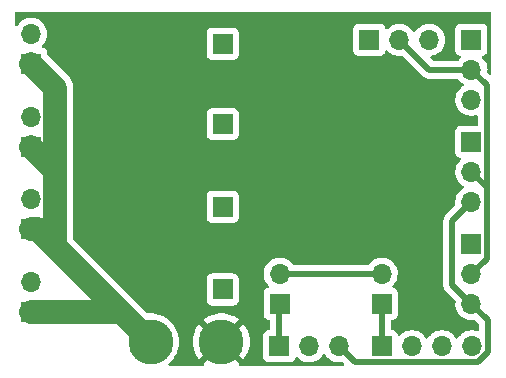
<source format=gbl>
G04 #@! TF.GenerationSoftware,KiCad,Pcbnew,(6.0.2)*
G04 #@! TF.CreationDate,2022-07-27T14:51:58+02:00*
G04 #@! TF.ProjectId,Multiplex_MOSFET,4d756c74-6970-46c6-9578-5f4d4f534645,rev?*
G04 #@! TF.SameCoordinates,Original*
G04 #@! TF.FileFunction,Copper,L2,Bot*
G04 #@! TF.FilePolarity,Positive*
%FSLAX46Y46*%
G04 Gerber Fmt 4.6, Leading zero omitted, Abs format (unit mm)*
G04 Created by KiCad (PCBNEW (6.0.2)) date 2022-07-27 14:51:58*
%MOMM*%
%LPD*%
G01*
G04 APERTURE LIST*
G04 #@! TA.AperFunction,ComponentPad*
%ADD10C,3.800000*%
G04 #@! TD*
G04 #@! TA.AperFunction,ComponentPad*
%ADD11R,1.700000X1.700000*%
G04 #@! TD*
G04 #@! TA.AperFunction,ComponentPad*
%ADD12O,1.700000X1.700000*%
G04 #@! TD*
G04 #@! TA.AperFunction,ViaPad*
%ADD13C,0.800000*%
G04 #@! TD*
G04 #@! TA.AperFunction,Conductor*
%ADD14C,0.500000*%
G04 #@! TD*
G04 #@! TA.AperFunction,Conductor*
%ADD15C,2.000000*%
G04 #@! TD*
G04 APERTURE END LIST*
D10*
X62950000Y-118670000D03*
X56950000Y-118670000D03*
D11*
X63050000Y-114250000D03*
X63050000Y-107250000D03*
X63050000Y-100250000D03*
X63050000Y-93450000D03*
X84120000Y-110395000D03*
D12*
X84120000Y-112935000D03*
X84120000Y-115475000D03*
D11*
X84120000Y-101750000D03*
D12*
X84120000Y-104290000D03*
X84120000Y-106830000D03*
D11*
X84120000Y-93100000D03*
D12*
X84120000Y-95640000D03*
X84120000Y-98180000D03*
D11*
X75470000Y-93100000D03*
D12*
X78010000Y-93100000D03*
X80550000Y-93100000D03*
D11*
X76520000Y-119050000D03*
D12*
X79060000Y-119050000D03*
X81600000Y-119050000D03*
X84140000Y-119050000D03*
D11*
X67865000Y-119050000D03*
D12*
X70405000Y-119050000D03*
X72945000Y-119050000D03*
D11*
X76520000Y-115450000D03*
D12*
X76520000Y-112910000D03*
D11*
X67880000Y-115460000D03*
D12*
X67880000Y-112920000D03*
D11*
X46850000Y-116145000D03*
D12*
X46850000Y-113605000D03*
D11*
X46850000Y-109155000D03*
D12*
X46850000Y-106615000D03*
X46850000Y-99610000D03*
D11*
X46850000Y-102150000D03*
X46850000Y-95145000D03*
D12*
X46850000Y-92605000D03*
D13*
X57000000Y-91550480D03*
X55000000Y-97000000D03*
X55000000Y-104000000D03*
X55000000Y-111000000D03*
D14*
X74244511Y-120349511D02*
X72945000Y-119050000D01*
X84678276Y-120349511D02*
X74244511Y-120349511D01*
X85500000Y-119527787D02*
X84678276Y-120349511D01*
X85500000Y-116855000D02*
X85500000Y-119527787D01*
X84120000Y-115475000D02*
X85500000Y-116855000D01*
X82500000Y-108450000D02*
X82500000Y-113855000D01*
X84120000Y-106830000D02*
X82500000Y-108450000D01*
X82500000Y-113855000D02*
X84120000Y-115475000D01*
D15*
X48899511Y-104399511D02*
X48899511Y-110619511D01*
X48899511Y-97194511D02*
X48899511Y-104399511D01*
X46850000Y-102150000D02*
X48899511Y-104199511D01*
X47435000Y-109155000D02*
X48899511Y-110619511D01*
X46850000Y-109155000D02*
X47435000Y-109155000D01*
X46850000Y-116145000D02*
X54355000Y-116145000D01*
X54390000Y-116110000D02*
X56950000Y-118670000D01*
X48899511Y-110619511D02*
X54390000Y-116110000D01*
X46850000Y-95145000D02*
X48899511Y-97194511D01*
D14*
X85410489Y-105580489D02*
X85419511Y-105580489D01*
X85419511Y-105580489D02*
X85419511Y-96939511D01*
X84120000Y-104290000D02*
X85410489Y-105580489D01*
X85419511Y-111635489D02*
X85419511Y-105580489D01*
X84120000Y-95640000D02*
X80550000Y-95640000D01*
X80550000Y-95640000D02*
X78010000Y-93100000D01*
X85419511Y-96939511D02*
X84120000Y-95640000D01*
X84120000Y-112935000D02*
X85419511Y-111635489D01*
X67865000Y-115475000D02*
X67880000Y-115460000D01*
X67865000Y-119050000D02*
X67865000Y-115475000D01*
X67890000Y-112910000D02*
X67880000Y-112920000D01*
X76520000Y-112910000D02*
X67890000Y-112910000D01*
X76520000Y-119050000D02*
X76520000Y-115450000D01*
G04 #@! TA.AperFunction,Conductor*
G36*
X85744121Y-90748002D02*
G01*
X85790614Y-90801658D01*
X85802000Y-90854000D01*
X85802000Y-95945129D01*
X85781998Y-96013250D01*
X85728342Y-96059743D01*
X85658068Y-96069847D01*
X85593488Y-96040353D01*
X85586905Y-96034224D01*
X85499609Y-95946928D01*
X85465583Y-95884616D01*
X85463782Y-95841389D01*
X85481529Y-95706590D01*
X85483156Y-95640000D01*
X85464852Y-95417361D01*
X85410431Y-95200702D01*
X85321354Y-94995840D01*
X85247384Y-94881500D01*
X85202822Y-94812617D01*
X85202820Y-94812614D01*
X85200014Y-94808277D01*
X85194847Y-94802598D01*
X85052798Y-94646488D01*
X85021746Y-94582642D01*
X85030141Y-94512143D01*
X85075317Y-94457375D01*
X85101761Y-94443706D01*
X85208297Y-94403767D01*
X85216705Y-94400615D01*
X85333261Y-94313261D01*
X85420615Y-94196705D01*
X85471745Y-94060316D01*
X85478500Y-93998134D01*
X85478500Y-92201866D01*
X85471745Y-92139684D01*
X85420615Y-92003295D01*
X85333261Y-91886739D01*
X85216705Y-91799385D01*
X85080316Y-91748255D01*
X85018134Y-91741500D01*
X83221866Y-91741500D01*
X83159684Y-91748255D01*
X83023295Y-91799385D01*
X82906739Y-91886739D01*
X82819385Y-92003295D01*
X82768255Y-92139684D01*
X82761500Y-92201866D01*
X82761500Y-93998134D01*
X82768255Y-94060316D01*
X82819385Y-94196705D01*
X82906739Y-94313261D01*
X83023295Y-94400615D01*
X83031704Y-94403767D01*
X83031705Y-94403768D01*
X83140451Y-94444535D01*
X83197216Y-94487176D01*
X83221916Y-94553738D01*
X83206709Y-94623087D01*
X83187316Y-94649568D01*
X83060629Y-94782138D01*
X83030363Y-94826507D01*
X82975455Y-94871507D01*
X82926277Y-94881500D01*
X80916371Y-94881500D01*
X80848250Y-94861498D01*
X80827276Y-94844595D01*
X80644909Y-94662228D01*
X80610883Y-94599916D01*
X80615948Y-94529101D01*
X80658495Y-94472265D01*
X80717994Y-94448154D01*
X80828288Y-94434025D01*
X80828289Y-94434025D01*
X80833416Y-94433368D01*
X80910252Y-94410316D01*
X81042429Y-94370661D01*
X81042434Y-94370659D01*
X81047384Y-94369174D01*
X81247994Y-94270896D01*
X81429860Y-94141173D01*
X81588096Y-93983489D01*
X81718453Y-93802077D01*
X81731393Y-93775896D01*
X81815136Y-93606453D01*
X81815137Y-93606451D01*
X81817430Y-93601811D01*
X81875680Y-93410088D01*
X81880865Y-93393023D01*
X81880865Y-93393021D01*
X81882370Y-93388069D01*
X81911529Y-93166590D01*
X81913156Y-93100000D01*
X81894852Y-92877361D01*
X81840431Y-92660702D01*
X81751354Y-92455840D01*
X81630014Y-92268277D01*
X81479670Y-92103051D01*
X81475619Y-92099852D01*
X81475615Y-92099848D01*
X81308414Y-91967800D01*
X81308410Y-91967798D01*
X81304359Y-91964598D01*
X81297552Y-91960840D01*
X81211146Y-91913142D01*
X81108789Y-91856638D01*
X81103920Y-91854914D01*
X81103916Y-91854912D01*
X80903087Y-91783795D01*
X80903083Y-91783794D01*
X80898212Y-91782069D01*
X80893119Y-91781162D01*
X80893116Y-91781161D01*
X80683373Y-91743800D01*
X80683367Y-91743799D01*
X80678284Y-91742894D01*
X80604452Y-91741992D01*
X80460081Y-91740228D01*
X80460079Y-91740228D01*
X80454911Y-91740165D01*
X80234091Y-91773955D01*
X80021756Y-91843357D01*
X79823607Y-91946507D01*
X79819474Y-91949610D01*
X79819471Y-91949612D01*
X79649100Y-92077530D01*
X79644965Y-92080635D01*
X79641393Y-92084373D01*
X79500931Y-92231358D01*
X79490629Y-92242138D01*
X79383201Y-92399621D01*
X79328293Y-92444621D01*
X79257768Y-92452792D01*
X79194021Y-92421538D01*
X79173324Y-92397054D01*
X79092822Y-92272617D01*
X79092820Y-92272614D01*
X79090014Y-92268277D01*
X78939670Y-92103051D01*
X78935619Y-92099852D01*
X78935615Y-92099848D01*
X78768414Y-91967800D01*
X78768410Y-91967798D01*
X78764359Y-91964598D01*
X78757552Y-91960840D01*
X78671146Y-91913142D01*
X78568789Y-91856638D01*
X78563920Y-91854914D01*
X78563916Y-91854912D01*
X78363087Y-91783795D01*
X78363083Y-91783794D01*
X78358212Y-91782069D01*
X78353119Y-91781162D01*
X78353116Y-91781161D01*
X78143373Y-91743800D01*
X78143367Y-91743799D01*
X78138284Y-91742894D01*
X78064452Y-91741992D01*
X77920081Y-91740228D01*
X77920079Y-91740228D01*
X77914911Y-91740165D01*
X77694091Y-91773955D01*
X77481756Y-91843357D01*
X77283607Y-91946507D01*
X77279474Y-91949610D01*
X77279471Y-91949612D01*
X77109100Y-92077530D01*
X77104965Y-92080635D01*
X77028211Y-92160954D01*
X77024283Y-92165064D01*
X76962759Y-92200494D01*
X76891846Y-92197037D01*
X76834060Y-92155791D01*
X76815207Y-92122243D01*
X76773767Y-92011703D01*
X76770615Y-92003295D01*
X76683261Y-91886739D01*
X76566705Y-91799385D01*
X76430316Y-91748255D01*
X76368134Y-91741500D01*
X74571866Y-91741500D01*
X74509684Y-91748255D01*
X74373295Y-91799385D01*
X74256739Y-91886739D01*
X74169385Y-92003295D01*
X74118255Y-92139684D01*
X74111500Y-92201866D01*
X74111500Y-93998134D01*
X74118255Y-94060316D01*
X74169385Y-94196705D01*
X74256739Y-94313261D01*
X74373295Y-94400615D01*
X74509684Y-94451745D01*
X74571866Y-94458500D01*
X76368134Y-94458500D01*
X76430316Y-94451745D01*
X76566705Y-94400615D01*
X76683261Y-94313261D01*
X76770615Y-94196705D01*
X76792799Y-94137529D01*
X76814598Y-94079382D01*
X76857240Y-94022618D01*
X76923802Y-93997918D01*
X76993150Y-94013126D01*
X77027817Y-94041114D01*
X77056250Y-94073938D01*
X77228126Y-94216632D01*
X77421000Y-94329338D01*
X77425825Y-94331180D01*
X77425826Y-94331181D01*
X77498612Y-94358975D01*
X77629692Y-94409030D01*
X77634760Y-94410061D01*
X77634763Y-94410062D01*
X77742017Y-94431883D01*
X77848597Y-94453567D01*
X77853772Y-94453757D01*
X77853774Y-94453757D01*
X78066673Y-94461564D01*
X78066677Y-94461564D01*
X78071837Y-94461753D01*
X78211908Y-94443809D01*
X78282017Y-94454993D01*
X78317012Y-94479693D01*
X79966230Y-96128911D01*
X79978616Y-96143323D01*
X79987149Y-96154918D01*
X79987154Y-96154923D01*
X79991492Y-96160818D01*
X79997070Y-96165557D01*
X79997073Y-96165560D01*
X80031768Y-96195035D01*
X80039284Y-96201965D01*
X80044979Y-96207660D01*
X80047861Y-96209940D01*
X80067251Y-96225281D01*
X80070655Y-96228072D01*
X80106098Y-96258183D01*
X80126285Y-96275333D01*
X80132801Y-96278661D01*
X80137838Y-96282020D01*
X80142977Y-96285194D01*
X80148716Y-96289734D01*
X80155349Y-96292834D01*
X80214837Y-96320636D01*
X80218791Y-96322569D01*
X80283808Y-96355769D01*
X80290924Y-96357510D01*
X80296554Y-96359604D01*
X80302321Y-96361523D01*
X80308950Y-96364621D01*
X80316110Y-96366110D01*
X80316112Y-96366111D01*
X80380396Y-96379482D01*
X80384680Y-96380452D01*
X80455610Y-96397808D01*
X80461212Y-96398156D01*
X80461215Y-96398156D01*
X80466764Y-96398500D01*
X80466762Y-96398536D01*
X80470752Y-96398775D01*
X80474950Y-96399150D01*
X80482115Y-96400640D01*
X80559520Y-96398546D01*
X80562928Y-96398500D01*
X82922491Y-96398500D01*
X82990612Y-96418502D01*
X83019402Y-96445595D01*
X83019987Y-96445088D01*
X83166250Y-96613938D01*
X83338126Y-96756632D01*
X83400566Y-96793119D01*
X83411445Y-96799476D01*
X83460169Y-96851114D01*
X83473240Y-96920897D01*
X83446509Y-96986669D01*
X83406055Y-97020027D01*
X83393607Y-97026507D01*
X83389474Y-97029610D01*
X83389471Y-97029612D01*
X83268605Y-97120361D01*
X83214965Y-97160635D01*
X83060629Y-97322138D01*
X82934743Y-97506680D01*
X82840688Y-97709305D01*
X82780989Y-97924570D01*
X82757251Y-98146695D01*
X82757548Y-98151848D01*
X82757548Y-98151851D01*
X82765120Y-98283173D01*
X82770110Y-98369715D01*
X82771247Y-98374761D01*
X82771248Y-98374767D01*
X82789131Y-98454118D01*
X82819222Y-98587639D01*
X82903266Y-98794616D01*
X82905965Y-98799020D01*
X82990323Y-98936680D01*
X83019987Y-98985088D01*
X83166250Y-99153938D01*
X83338126Y-99296632D01*
X83531000Y-99409338D01*
X83739692Y-99489030D01*
X83744760Y-99490061D01*
X83744763Y-99490062D01*
X83852003Y-99511880D01*
X83958597Y-99533567D01*
X83963772Y-99533757D01*
X83963774Y-99533757D01*
X84176673Y-99541564D01*
X84176677Y-99541564D01*
X84181837Y-99541753D01*
X84186957Y-99541097D01*
X84186959Y-99541097D01*
X84398288Y-99514025D01*
X84398289Y-99514025D01*
X84403416Y-99513368D01*
X84408373Y-99511881D01*
X84408377Y-99511880D01*
X84498803Y-99484751D01*
X84569798Y-99484333D01*
X84629749Y-99522365D01*
X84659621Y-99586772D01*
X84661011Y-99605436D01*
X84661011Y-100265500D01*
X84641009Y-100333621D01*
X84587353Y-100380114D01*
X84535011Y-100391500D01*
X83221866Y-100391500D01*
X83159684Y-100398255D01*
X83023295Y-100449385D01*
X82906739Y-100536739D01*
X82819385Y-100653295D01*
X82768255Y-100789684D01*
X82761500Y-100851866D01*
X82761500Y-102648134D01*
X82768255Y-102710316D01*
X82819385Y-102846705D01*
X82906739Y-102963261D01*
X83023295Y-103050615D01*
X83031704Y-103053767D01*
X83031705Y-103053768D01*
X83140451Y-103094535D01*
X83197216Y-103137176D01*
X83221916Y-103203738D01*
X83206709Y-103273087D01*
X83187316Y-103299568D01*
X83118610Y-103371465D01*
X83060629Y-103432138D01*
X83057715Y-103436410D01*
X83057714Y-103436411D01*
X82972556Y-103561249D01*
X82934743Y-103616680D01*
X82840688Y-103819305D01*
X82780989Y-104034570D01*
X82757251Y-104256695D01*
X82770110Y-104479715D01*
X82771247Y-104484761D01*
X82771248Y-104484767D01*
X82795304Y-104591508D01*
X82819222Y-104697639D01*
X82903266Y-104904616D01*
X83019987Y-105095088D01*
X83166250Y-105263938D01*
X83338126Y-105406632D01*
X83408595Y-105447811D01*
X83411445Y-105449476D01*
X83460169Y-105501114D01*
X83473240Y-105570897D01*
X83446509Y-105636669D01*
X83406055Y-105670027D01*
X83393607Y-105676507D01*
X83389474Y-105679610D01*
X83389471Y-105679612D01*
X83219100Y-105807530D01*
X83214965Y-105810635D01*
X83060629Y-105972138D01*
X82934743Y-106156680D01*
X82840688Y-106359305D01*
X82780989Y-106574570D01*
X82757251Y-106796695D01*
X82770110Y-107019715D01*
X82771247Y-107024760D01*
X82771966Y-107029877D01*
X82770518Y-107030081D01*
X82766398Y-107094274D01*
X82737119Y-107140200D01*
X82011089Y-107866230D01*
X81996677Y-107878616D01*
X81985082Y-107887149D01*
X81985077Y-107887154D01*
X81979182Y-107891492D01*
X81974443Y-107897070D01*
X81974440Y-107897073D01*
X81944965Y-107931768D01*
X81938035Y-107939284D01*
X81932340Y-107944979D01*
X81930060Y-107947861D01*
X81914719Y-107967251D01*
X81911928Y-107970655D01*
X81869409Y-108020703D01*
X81864667Y-108026285D01*
X81861339Y-108032801D01*
X81857972Y-108037850D01*
X81854805Y-108042979D01*
X81850266Y-108048716D01*
X81819345Y-108114875D01*
X81817442Y-108118769D01*
X81784231Y-108183808D01*
X81782492Y-108190916D01*
X81780393Y-108196559D01*
X81778476Y-108202322D01*
X81775378Y-108208950D01*
X81773888Y-108216112D01*
X81773888Y-108216113D01*
X81760514Y-108280412D01*
X81759544Y-108284696D01*
X81742192Y-108355610D01*
X81741500Y-108366764D01*
X81741464Y-108366762D01*
X81741225Y-108370755D01*
X81740851Y-108374947D01*
X81739360Y-108382115D01*
X81739558Y-108389432D01*
X81741454Y-108459521D01*
X81741500Y-108462928D01*
X81741500Y-113787930D01*
X81740067Y-113806880D01*
X81736801Y-113828349D01*
X81737394Y-113835641D01*
X81737394Y-113835644D01*
X81741085Y-113881018D01*
X81741500Y-113891233D01*
X81741500Y-113899293D01*
X81741925Y-113902937D01*
X81744789Y-113927507D01*
X81745222Y-113931882D01*
X81750418Y-113995756D01*
X81751140Y-114004637D01*
X81753396Y-114011601D01*
X81754587Y-114017560D01*
X81755971Y-114023415D01*
X81756818Y-114030681D01*
X81781735Y-114099327D01*
X81783152Y-114103455D01*
X81805649Y-114172899D01*
X81809445Y-114179154D01*
X81811951Y-114184628D01*
X81814670Y-114190058D01*
X81817167Y-114196937D01*
X81821180Y-114203057D01*
X81821180Y-114203058D01*
X81857186Y-114257976D01*
X81859523Y-114261680D01*
X81897405Y-114324107D01*
X81901121Y-114328315D01*
X81901122Y-114328316D01*
X81904803Y-114332484D01*
X81904776Y-114332508D01*
X81907429Y-114335500D01*
X81910132Y-114338733D01*
X81914144Y-114344852D01*
X81919456Y-114349884D01*
X81970383Y-114398128D01*
X81972825Y-114400506D01*
X82739449Y-115167130D01*
X82773475Y-115229442D01*
X82775641Y-115269613D01*
X82757251Y-115441695D01*
X82757548Y-115446848D01*
X82757548Y-115446851D01*
X82763531Y-115550615D01*
X82770110Y-115664715D01*
X82771247Y-115669761D01*
X82771248Y-115669767D01*
X82786624Y-115737991D01*
X82819222Y-115882639D01*
X82903266Y-116089616D01*
X82905965Y-116094020D01*
X83012353Y-116267630D01*
X83019987Y-116280088D01*
X83166250Y-116448938D01*
X83338126Y-116591632D01*
X83531000Y-116704338D01*
X83739692Y-116784030D01*
X83744760Y-116785061D01*
X83744763Y-116785062D01*
X83823996Y-116801182D01*
X83958597Y-116828567D01*
X83963772Y-116828757D01*
X83963774Y-116828757D01*
X84176673Y-116836564D01*
X84176677Y-116836564D01*
X84181837Y-116836753D01*
X84321908Y-116818809D01*
X84392017Y-116829993D01*
X84427012Y-116854693D01*
X84704595Y-117132276D01*
X84738621Y-117194588D01*
X84741500Y-117221371D01*
X84741500Y-117643477D01*
X84721498Y-117711598D01*
X84667842Y-117758091D01*
X84597568Y-117768195D01*
X84573443Y-117762251D01*
X84528210Y-117746233D01*
X84493087Y-117733795D01*
X84493083Y-117733794D01*
X84488212Y-117732069D01*
X84483119Y-117731162D01*
X84483116Y-117731161D01*
X84273373Y-117693800D01*
X84273367Y-117693799D01*
X84268284Y-117692894D01*
X84194452Y-117691992D01*
X84050081Y-117690228D01*
X84050079Y-117690228D01*
X84044911Y-117690165D01*
X83824091Y-117723955D01*
X83611756Y-117793357D01*
X83413607Y-117896507D01*
X83409474Y-117899610D01*
X83409471Y-117899612D01*
X83239100Y-118027530D01*
X83234965Y-118030635D01*
X83200983Y-118066195D01*
X83123729Y-118147037D01*
X83080629Y-118192138D01*
X82973201Y-118349621D01*
X82918293Y-118394621D01*
X82847768Y-118402792D01*
X82784021Y-118371538D01*
X82763324Y-118347054D01*
X82682822Y-118222617D01*
X82682820Y-118222614D01*
X82680014Y-118218277D01*
X82529670Y-118053051D01*
X82525619Y-118049852D01*
X82525615Y-118049848D01*
X82358414Y-117917800D01*
X82358410Y-117917798D01*
X82354359Y-117914598D01*
X82158789Y-117806638D01*
X82153920Y-117804914D01*
X82153916Y-117804912D01*
X81953087Y-117733795D01*
X81953083Y-117733794D01*
X81948212Y-117732069D01*
X81943119Y-117731162D01*
X81943116Y-117731161D01*
X81733373Y-117693800D01*
X81733367Y-117693799D01*
X81728284Y-117692894D01*
X81654452Y-117691992D01*
X81510081Y-117690228D01*
X81510079Y-117690228D01*
X81504911Y-117690165D01*
X81284091Y-117723955D01*
X81071756Y-117793357D01*
X80873607Y-117896507D01*
X80869474Y-117899610D01*
X80869471Y-117899612D01*
X80699100Y-118027530D01*
X80694965Y-118030635D01*
X80660983Y-118066195D01*
X80583729Y-118147037D01*
X80540629Y-118192138D01*
X80433201Y-118349621D01*
X80378293Y-118394621D01*
X80307768Y-118402792D01*
X80244021Y-118371538D01*
X80223324Y-118347054D01*
X80142822Y-118222617D01*
X80142820Y-118222614D01*
X80140014Y-118218277D01*
X79989670Y-118053051D01*
X79985619Y-118049852D01*
X79985615Y-118049848D01*
X79818414Y-117917800D01*
X79818410Y-117917798D01*
X79814359Y-117914598D01*
X79618789Y-117806638D01*
X79613920Y-117804914D01*
X79613916Y-117804912D01*
X79413087Y-117733795D01*
X79413083Y-117733794D01*
X79408212Y-117732069D01*
X79403119Y-117731162D01*
X79403116Y-117731161D01*
X79193373Y-117693800D01*
X79193367Y-117693799D01*
X79188284Y-117692894D01*
X79114452Y-117691992D01*
X78970081Y-117690228D01*
X78970079Y-117690228D01*
X78964911Y-117690165D01*
X78744091Y-117723955D01*
X78531756Y-117793357D01*
X78333607Y-117896507D01*
X78329474Y-117899610D01*
X78329471Y-117899612D01*
X78159100Y-118027530D01*
X78154965Y-118030635D01*
X78098537Y-118089684D01*
X78074283Y-118115064D01*
X78012759Y-118150494D01*
X77941846Y-118147037D01*
X77884060Y-118105791D01*
X77865207Y-118072243D01*
X77823767Y-117961703D01*
X77820615Y-117953295D01*
X77733261Y-117836739D01*
X77616705Y-117749385D01*
X77480316Y-117698255D01*
X77418134Y-117691500D01*
X77404500Y-117691500D01*
X77336379Y-117671498D01*
X77289886Y-117617842D01*
X77278500Y-117565500D01*
X77278500Y-116934500D01*
X77298502Y-116866379D01*
X77352158Y-116819886D01*
X77404500Y-116808500D01*
X77418134Y-116808500D01*
X77422369Y-116808040D01*
X77425351Y-116807716D01*
X77480316Y-116801745D01*
X77616705Y-116750615D01*
X77733261Y-116663261D01*
X77820615Y-116546705D01*
X77871745Y-116410316D01*
X77878500Y-116348134D01*
X77878500Y-114551866D01*
X77871745Y-114489684D01*
X77820615Y-114353295D01*
X77733261Y-114236739D01*
X77616705Y-114149385D01*
X77604132Y-114144672D01*
X77498203Y-114104960D01*
X77441439Y-114062318D01*
X77416739Y-113995756D01*
X77431947Y-113926408D01*
X77453493Y-113897727D01*
X77467330Y-113883938D01*
X77558096Y-113793489D01*
X77688453Y-113612077D01*
X77693609Y-113601646D01*
X77785136Y-113416453D01*
X77785137Y-113416451D01*
X77787430Y-113411811D01*
X77843269Y-113228023D01*
X77850865Y-113203023D01*
X77850865Y-113203021D01*
X77852370Y-113198069D01*
X77881529Y-112976590D01*
X77883156Y-112910000D01*
X77864852Y-112687361D01*
X77810431Y-112470702D01*
X77721354Y-112265840D01*
X77647384Y-112151500D01*
X77602822Y-112082617D01*
X77602820Y-112082614D01*
X77600014Y-112078277D01*
X77449670Y-111913051D01*
X77445619Y-111909852D01*
X77445615Y-111909848D01*
X77278414Y-111777800D01*
X77278410Y-111777798D01*
X77274359Y-111774598D01*
X77255375Y-111764118D01*
X77202065Y-111734690D01*
X77078789Y-111666638D01*
X77073920Y-111664914D01*
X77073916Y-111664912D01*
X76873087Y-111593795D01*
X76873083Y-111593794D01*
X76868212Y-111592069D01*
X76863119Y-111591162D01*
X76863116Y-111591161D01*
X76653373Y-111553800D01*
X76653367Y-111553799D01*
X76648284Y-111552894D01*
X76574452Y-111551992D01*
X76430081Y-111550228D01*
X76430079Y-111550228D01*
X76424911Y-111550165D01*
X76204091Y-111583955D01*
X75991756Y-111653357D01*
X75961443Y-111669137D01*
X75819631Y-111742960D01*
X75793607Y-111756507D01*
X75789474Y-111759610D01*
X75789471Y-111759612D01*
X75625203Y-111882948D01*
X75614965Y-111890635D01*
X75460629Y-112052138D01*
X75430363Y-112096507D01*
X75375455Y-112141507D01*
X75326277Y-112151500D01*
X69069470Y-112151500D01*
X69001349Y-112131498D01*
X68966247Y-112096503D01*
X68965975Y-112096712D01*
X68964384Y-112094646D01*
X68963682Y-112093946D01*
X68962825Y-112092621D01*
X68962820Y-112092615D01*
X68960014Y-112088277D01*
X68809670Y-111923051D01*
X68805619Y-111919852D01*
X68805615Y-111919848D01*
X68638414Y-111787800D01*
X68638410Y-111787798D01*
X68634359Y-111784598D01*
X68622045Y-111777800D01*
X68578025Y-111753500D01*
X68438789Y-111676638D01*
X68433920Y-111674914D01*
X68433916Y-111674912D01*
X68233087Y-111603795D01*
X68233083Y-111603794D01*
X68228212Y-111602069D01*
X68223119Y-111601162D01*
X68223116Y-111601161D01*
X68013373Y-111563800D01*
X68013367Y-111563799D01*
X68008284Y-111562894D01*
X67934452Y-111561992D01*
X67790081Y-111560228D01*
X67790079Y-111560228D01*
X67784911Y-111560165D01*
X67564091Y-111593955D01*
X67351756Y-111663357D01*
X67153607Y-111766507D01*
X67149474Y-111769610D01*
X67149471Y-111769612D01*
X66983305Y-111894373D01*
X66974965Y-111900635D01*
X66820629Y-112062138D01*
X66817715Y-112066410D01*
X66817714Y-112066411D01*
X66797187Y-112096503D01*
X66694743Y-112246680D01*
X66679762Y-112278955D01*
X66640222Y-112364137D01*
X66600688Y-112449305D01*
X66540989Y-112664570D01*
X66517251Y-112886695D01*
X66517548Y-112891848D01*
X66517548Y-112891851D01*
X66523876Y-113001590D01*
X66530110Y-113109715D01*
X66531247Y-113114761D01*
X66531248Y-113114767D01*
X66550022Y-113198069D01*
X66579222Y-113327639D01*
X66663266Y-113534616D01*
X66665965Y-113539020D01*
X66774170Y-113715595D01*
X66779987Y-113725088D01*
X66926250Y-113893938D01*
X66932095Y-113898791D01*
X66934981Y-113901187D01*
X66974616Y-113960090D01*
X66976113Y-114031071D01*
X66938997Y-114091593D01*
X66898724Y-114116112D01*
X66783295Y-114159385D01*
X66666739Y-114246739D01*
X66579385Y-114363295D01*
X66528255Y-114499684D01*
X66521500Y-114561866D01*
X66521500Y-116358134D01*
X66528255Y-116420316D01*
X66579385Y-116556705D01*
X66666739Y-116673261D01*
X66783295Y-116760615D01*
X66919684Y-116811745D01*
X66981866Y-116818500D01*
X66985283Y-116818500D01*
X66987314Y-116818610D01*
X67054253Y-116842267D01*
X67097777Y-116898358D01*
X67106500Y-116944426D01*
X67106500Y-117565500D01*
X67086498Y-117633621D01*
X67032842Y-117680114D01*
X66980500Y-117691500D01*
X66966866Y-117691500D01*
X66904684Y-117698255D01*
X66768295Y-117749385D01*
X66651739Y-117836739D01*
X66564385Y-117953295D01*
X66513255Y-118089684D01*
X66506500Y-118151866D01*
X66506500Y-119948134D01*
X66513255Y-120010316D01*
X66564385Y-120146705D01*
X66651739Y-120263261D01*
X66768295Y-120350615D01*
X66904684Y-120401745D01*
X66966866Y-120408500D01*
X68763134Y-120408500D01*
X68825316Y-120401745D01*
X68961705Y-120350615D01*
X69078261Y-120263261D01*
X69165615Y-120146705D01*
X69188809Y-120084835D01*
X69209598Y-120029382D01*
X69252240Y-119972618D01*
X69318802Y-119947918D01*
X69388150Y-119963126D01*
X69422817Y-119991114D01*
X69451250Y-120023938D01*
X69623126Y-120166632D01*
X69816000Y-120279338D01*
X70024692Y-120359030D01*
X70029760Y-120360061D01*
X70029763Y-120360062D01*
X70137017Y-120381883D01*
X70243597Y-120403567D01*
X70248772Y-120403757D01*
X70248774Y-120403757D01*
X70461673Y-120411564D01*
X70461677Y-120411564D01*
X70466837Y-120411753D01*
X70471957Y-120411097D01*
X70471959Y-120411097D01*
X70683288Y-120384025D01*
X70683289Y-120384025D01*
X70688416Y-120383368D01*
X70693366Y-120381883D01*
X70897429Y-120320661D01*
X70897434Y-120320659D01*
X70902384Y-120319174D01*
X71102994Y-120220896D01*
X71284860Y-120091173D01*
X71443096Y-119933489D01*
X71573453Y-119752077D01*
X71574776Y-119753028D01*
X71621645Y-119709857D01*
X71691580Y-119697625D01*
X71757026Y-119725144D01*
X71784875Y-119756994D01*
X71844987Y-119855088D01*
X71991250Y-120023938D01*
X72163126Y-120166632D01*
X72356000Y-120279338D01*
X72564692Y-120359030D01*
X72569760Y-120360061D01*
X72569763Y-120360062D01*
X72677017Y-120381883D01*
X72783597Y-120403567D01*
X72788772Y-120403757D01*
X72788774Y-120403757D01*
X73001673Y-120411564D01*
X73001677Y-120411564D01*
X73006837Y-120411753D01*
X73146908Y-120393809D01*
X73217017Y-120404993D01*
X73252012Y-120429693D01*
X73339224Y-120516905D01*
X73373250Y-120579217D01*
X73368185Y-120650032D01*
X73325638Y-120706868D01*
X73259118Y-120731679D01*
X73250129Y-120732000D01*
X64571587Y-120732000D01*
X64503466Y-120711998D01*
X64456973Y-120658342D01*
X64446869Y-120588068D01*
X64459674Y-120557769D01*
X64460629Y-120546640D01*
X64452749Y-120531960D01*
X62962810Y-119042020D01*
X62948869Y-119034408D01*
X62947034Y-119034539D01*
X62940420Y-119038790D01*
X61446927Y-120532284D01*
X61439313Y-120546228D01*
X61440199Y-120558620D01*
X61454489Y-120596112D01*
X61439895Y-120665592D01*
X61390054Y-120716152D01*
X61328878Y-120732000D01*
X58590817Y-120732000D01*
X58522696Y-120711998D01*
X58476203Y-120658342D01*
X58466099Y-120588068D01*
X58495593Y-120523488D01*
X58504564Y-120514150D01*
X58632714Y-120393809D01*
X58709192Y-120321992D01*
X58902370Y-120088480D01*
X59064758Y-119832598D01*
X59178440Y-119591011D01*
X59192105Y-119561971D01*
X59192107Y-119561967D01*
X59193794Y-119558381D01*
X59287445Y-119270154D01*
X59344233Y-118972462D01*
X59363013Y-118673958D01*
X60537488Y-118673958D01*
X60556015Y-118968436D01*
X60557008Y-118976297D01*
X60612296Y-119266128D01*
X60614267Y-119273805D01*
X60705446Y-119554424D01*
X60708361Y-119561787D01*
X60833993Y-119828770D01*
X60837805Y-119835703D01*
X60995909Y-120084835D01*
X61000563Y-120091241D01*
X61065521Y-120169761D01*
X61078040Y-120178217D01*
X61088778Y-120172011D01*
X62577980Y-118682810D01*
X62584357Y-118671131D01*
X63314408Y-118671131D01*
X63314539Y-118672966D01*
X63318790Y-118679580D01*
X64810119Y-120170908D01*
X64823381Y-120178150D01*
X64833485Y-120170962D01*
X64899437Y-120091241D01*
X64904091Y-120084835D01*
X65062195Y-119835703D01*
X65066007Y-119828770D01*
X65191639Y-119561787D01*
X65194554Y-119554424D01*
X65285733Y-119273805D01*
X65287704Y-119266128D01*
X65342992Y-118976297D01*
X65343985Y-118968436D01*
X65362512Y-118673958D01*
X65362512Y-118666042D01*
X65343985Y-118371564D01*
X65342992Y-118363703D01*
X65287704Y-118073872D01*
X65285733Y-118066195D01*
X65194554Y-117785576D01*
X65191639Y-117778213D01*
X65066007Y-117511230D01*
X65062195Y-117504297D01*
X64904091Y-117255165D01*
X64899437Y-117248759D01*
X64834479Y-117170239D01*
X64821960Y-117161783D01*
X64811222Y-117167989D01*
X63322020Y-118657190D01*
X63314408Y-118671131D01*
X62584357Y-118671131D01*
X62585592Y-118668869D01*
X62585461Y-118667034D01*
X62581210Y-118660420D01*
X61089881Y-117169092D01*
X61076619Y-117161850D01*
X61066515Y-117169038D01*
X61000563Y-117248759D01*
X60995909Y-117255165D01*
X60837805Y-117504297D01*
X60833993Y-117511230D01*
X60708361Y-117778213D01*
X60705446Y-117785576D01*
X60614267Y-118066195D01*
X60612296Y-118073872D01*
X60557008Y-118363703D01*
X60556015Y-118371564D01*
X60537488Y-118666042D01*
X60537488Y-118673958D01*
X59363013Y-118673958D01*
X59363262Y-118670000D01*
X59344233Y-118367538D01*
X59287445Y-118069846D01*
X59201362Y-117804912D01*
X59195020Y-117785392D01*
X59195020Y-117785391D01*
X59193794Y-117781619D01*
X59181161Y-117754771D01*
X59132969Y-117652359D01*
X59064758Y-117507402D01*
X58902370Y-117251520D01*
X58894251Y-117241705D01*
X58828133Y-117161783D01*
X58709192Y-117018008D01*
X58488271Y-116810550D01*
X58484371Y-116807716D01*
X58467115Y-116795179D01*
X61440347Y-116795179D01*
X61447251Y-116808040D01*
X62937190Y-118297980D01*
X62951131Y-118305592D01*
X62952966Y-118305461D01*
X62959580Y-118301210D01*
X64453073Y-116807716D01*
X64459686Y-116795606D01*
X64450857Y-116783986D01*
X64246030Y-116635170D01*
X64239350Y-116630930D01*
X63980766Y-116488772D01*
X63973631Y-116485415D01*
X63699254Y-116376781D01*
X63691763Y-116374347D01*
X63405941Y-116300961D01*
X63398170Y-116299479D01*
X63105430Y-116262497D01*
X63097540Y-116262000D01*
X62802460Y-116262000D01*
X62794570Y-116262497D01*
X62501830Y-116299479D01*
X62494059Y-116300961D01*
X62208237Y-116374347D01*
X62200746Y-116376781D01*
X61926369Y-116485415D01*
X61919234Y-116488772D01*
X61660650Y-116630930D01*
X61653970Y-116635170D01*
X61448770Y-116784256D01*
X61440347Y-116795179D01*
X58467115Y-116795179D01*
X58338494Y-116701731D01*
X58243090Y-116632416D01*
X58173653Y-116594242D01*
X57980986Y-116488322D01*
X57980985Y-116488321D01*
X57977517Y-116486415D01*
X57973848Y-116484962D01*
X57973843Y-116484960D01*
X57699409Y-116376304D01*
X57699408Y-116376304D01*
X57695739Y-116374851D01*
X57402200Y-116299484D01*
X57101530Y-116261500D01*
X56798470Y-116261500D01*
X56749946Y-116267630D01*
X56679857Y-116256324D01*
X56645060Y-116231719D01*
X55561475Y-115148134D01*
X61691500Y-115148134D01*
X61698255Y-115210316D01*
X61749385Y-115346705D01*
X61836739Y-115463261D01*
X61953295Y-115550615D01*
X62089684Y-115601745D01*
X62151866Y-115608500D01*
X63948134Y-115608500D01*
X64010316Y-115601745D01*
X64146705Y-115550615D01*
X64263261Y-115463261D01*
X64350615Y-115346705D01*
X64401745Y-115210316D01*
X64408500Y-115148134D01*
X64408500Y-113351866D01*
X64401745Y-113289684D01*
X64350615Y-113153295D01*
X64263261Y-113036739D01*
X64146705Y-112949385D01*
X64010316Y-112898255D01*
X63948134Y-112891500D01*
X62151866Y-112891500D01*
X62089684Y-112898255D01*
X61953295Y-112949385D01*
X61836739Y-113036739D01*
X61749385Y-113153295D01*
X61698255Y-113289684D01*
X61691500Y-113351866D01*
X61691500Y-115148134D01*
X55561475Y-115148134D01*
X50444916Y-110031575D01*
X50410890Y-109969263D01*
X50408011Y-109942480D01*
X50408011Y-108148134D01*
X61691500Y-108148134D01*
X61698255Y-108210316D01*
X61749385Y-108346705D01*
X61836739Y-108463261D01*
X61953295Y-108550615D01*
X62089684Y-108601745D01*
X62151866Y-108608500D01*
X63948134Y-108608500D01*
X64010316Y-108601745D01*
X64146705Y-108550615D01*
X64263261Y-108463261D01*
X64350615Y-108346705D01*
X64401745Y-108210316D01*
X64408500Y-108148134D01*
X64408500Y-106351866D01*
X64401745Y-106289684D01*
X64350615Y-106153295D01*
X64263261Y-106036739D01*
X64146705Y-105949385D01*
X64010316Y-105898255D01*
X63948134Y-105891500D01*
X62151866Y-105891500D01*
X62089684Y-105898255D01*
X61953295Y-105949385D01*
X61836739Y-106036739D01*
X61749385Y-106153295D01*
X61698255Y-106289684D01*
X61691500Y-106351866D01*
X61691500Y-108148134D01*
X50408011Y-108148134D01*
X50408011Y-104223513D01*
X50408060Y-104219994D01*
X50410704Y-104125361D01*
X50410704Y-104125358D01*
X50410845Y-104120306D01*
X50409118Y-104107361D01*
X50408011Y-104090699D01*
X50408011Y-101148134D01*
X61691500Y-101148134D01*
X61698255Y-101210316D01*
X61749385Y-101346705D01*
X61836739Y-101463261D01*
X61953295Y-101550615D01*
X62089684Y-101601745D01*
X62151866Y-101608500D01*
X63948134Y-101608500D01*
X64010316Y-101601745D01*
X64146705Y-101550615D01*
X64263261Y-101463261D01*
X64350615Y-101346705D01*
X64401745Y-101210316D01*
X64408500Y-101148134D01*
X64408500Y-99351866D01*
X64401745Y-99289684D01*
X64350615Y-99153295D01*
X64263261Y-99036739D01*
X64146705Y-98949385D01*
X64010316Y-98898255D01*
X63948134Y-98891500D01*
X62151866Y-98891500D01*
X62089684Y-98898255D01*
X61953295Y-98949385D01*
X61836739Y-99036739D01*
X61749385Y-99153295D01*
X61698255Y-99289684D01*
X61691500Y-99351866D01*
X61691500Y-101148134D01*
X50408011Y-101148134D01*
X50408011Y-97218513D01*
X50408060Y-97214994D01*
X50410704Y-97120361D01*
X50410704Y-97120358D01*
X50410845Y-97115306D01*
X50400452Y-97037413D01*
X50399752Y-97030864D01*
X50399402Y-97026507D01*
X50397444Y-97002179D01*
X50393857Y-96957588D01*
X50393856Y-96957584D01*
X50393451Y-96952546D01*
X50385612Y-96920633D01*
X50383084Y-96907249D01*
X50379409Y-96879705D01*
X50378740Y-96874691D01*
X50356031Y-96799476D01*
X50354292Y-96793119D01*
X50336755Y-96721720D01*
X50335548Y-96716805D01*
X50322710Y-96686559D01*
X50318072Y-96673748D01*
X50310041Y-96647149D01*
X50308578Y-96642303D01*
X50306360Y-96637755D01*
X50306357Y-96637748D01*
X50274140Y-96571693D01*
X50271404Y-96565691D01*
X50245005Y-96503500D01*
X50240699Y-96493355D01*
X50223192Y-96465555D01*
X50216563Y-96453645D01*
X50210020Y-96440229D01*
X50202165Y-96424123D01*
X50156868Y-96359911D01*
X50153210Y-96354425D01*
X50114040Y-96292225D01*
X50114039Y-96292224D01*
X50111344Y-96287944D01*
X50108003Y-96284155D01*
X50107999Y-96284149D01*
X50089613Y-96263294D01*
X50081167Y-96252599D01*
X50064520Y-96229001D01*
X50062237Y-96225764D01*
X50042602Y-96204261D01*
X50002886Y-96164545D01*
X49997467Y-96158775D01*
X49954161Y-96109653D01*
X49954158Y-96109650D01*
X49950813Y-96105856D01*
X49918522Y-96079332D01*
X49909403Y-96071062D01*
X48245405Y-94407064D01*
X48213226Y-94348134D01*
X61691500Y-94348134D01*
X61698255Y-94410316D01*
X61749385Y-94546705D01*
X61836739Y-94663261D01*
X61953295Y-94750615D01*
X62089684Y-94801745D01*
X62151866Y-94808500D01*
X63948134Y-94808500D01*
X64010316Y-94801745D01*
X64146705Y-94750615D01*
X64263261Y-94663261D01*
X64350615Y-94546705D01*
X64401745Y-94410316D01*
X64408500Y-94348134D01*
X64408500Y-92551866D01*
X64401745Y-92489684D01*
X64350615Y-92353295D01*
X64263261Y-92236739D01*
X64146705Y-92149385D01*
X64010316Y-92098255D01*
X63948134Y-92091500D01*
X62151866Y-92091500D01*
X62089684Y-92098255D01*
X61953295Y-92149385D01*
X61836739Y-92236739D01*
X61749385Y-92353295D01*
X61698255Y-92489684D01*
X61691500Y-92551866D01*
X61691500Y-94348134D01*
X48213226Y-94348134D01*
X48211379Y-94344752D01*
X48208500Y-94317969D01*
X48208500Y-94246866D01*
X48201745Y-94184684D01*
X48150615Y-94048295D01*
X48063261Y-93931739D01*
X47946705Y-93844385D01*
X47934132Y-93839672D01*
X47828203Y-93799960D01*
X47771439Y-93757318D01*
X47746739Y-93690756D01*
X47761947Y-93621408D01*
X47783493Y-93592727D01*
X47884435Y-93492137D01*
X47888096Y-93488489D01*
X48018453Y-93307077D01*
X48022745Y-93298394D01*
X48115136Y-93111453D01*
X48115137Y-93111451D01*
X48117430Y-93106811D01*
X48182370Y-92893069D01*
X48211529Y-92671590D01*
X48211611Y-92668240D01*
X48213074Y-92608365D01*
X48213074Y-92608361D01*
X48213156Y-92605000D01*
X48194852Y-92382361D01*
X48140431Y-92165702D01*
X48051354Y-91960840D01*
X47966258Y-91829302D01*
X47932822Y-91777617D01*
X47932820Y-91777614D01*
X47930014Y-91773277D01*
X47779670Y-91608051D01*
X47775619Y-91604852D01*
X47775615Y-91604848D01*
X47608414Y-91472800D01*
X47608410Y-91472798D01*
X47604359Y-91469598D01*
X47408789Y-91361638D01*
X47403920Y-91359914D01*
X47403916Y-91359912D01*
X47203087Y-91288795D01*
X47203083Y-91288794D01*
X47198212Y-91287069D01*
X47193119Y-91286162D01*
X47193116Y-91286161D01*
X46983373Y-91248800D01*
X46983367Y-91248799D01*
X46978284Y-91247894D01*
X46904452Y-91246992D01*
X46760081Y-91245228D01*
X46760079Y-91245228D01*
X46754911Y-91245165D01*
X46534091Y-91278955D01*
X46321756Y-91348357D01*
X46123607Y-91451507D01*
X46119474Y-91454610D01*
X46119471Y-91454612D01*
X46095247Y-91472800D01*
X45944965Y-91585635D01*
X45941393Y-91589373D01*
X45797293Y-91740165D01*
X45790629Y-91747138D01*
X45714229Y-91859137D01*
X45708088Y-91868139D01*
X45653177Y-91913142D01*
X45582652Y-91921313D01*
X45518905Y-91890059D01*
X45482175Y-91829302D01*
X45478000Y-91797135D01*
X45478000Y-90854000D01*
X45498002Y-90785879D01*
X45551658Y-90739386D01*
X45604000Y-90728000D01*
X85676000Y-90728000D01*
X85744121Y-90748002D01*
G37*
G04 #@! TD.AperFunction*
M02*

</source>
